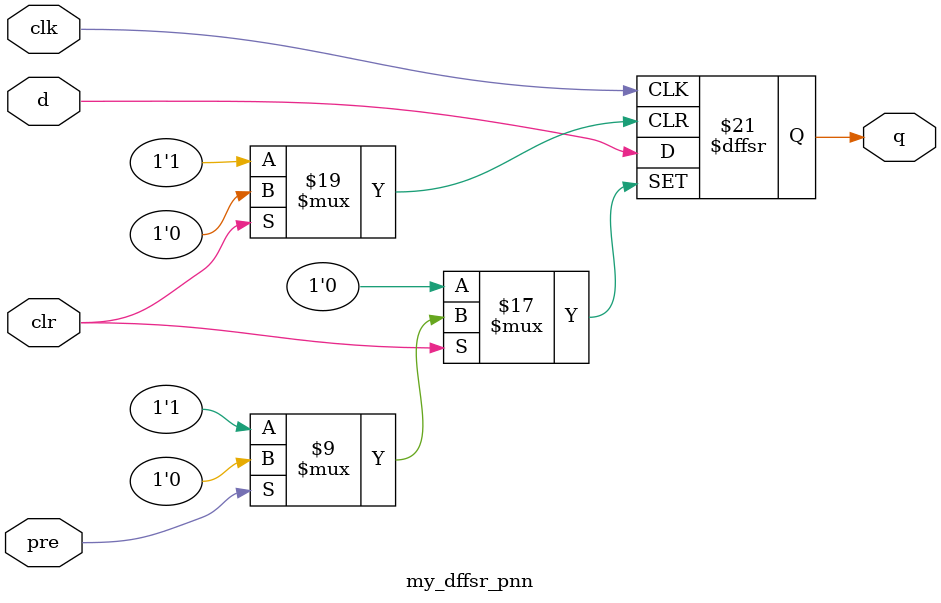
<source format=v>
module my_dffsr_pnn (
    input d,
    clk,
    pre,
    clr,
    output reg q
);
  initial q <= 1'b0;
  always @(posedge clk or negedge pre or negedge clr)
    if (!pre) q <= 1'b1;
    else if (!clr) q <= 1'b0;
    else q <= d;
endmodule
</source>
